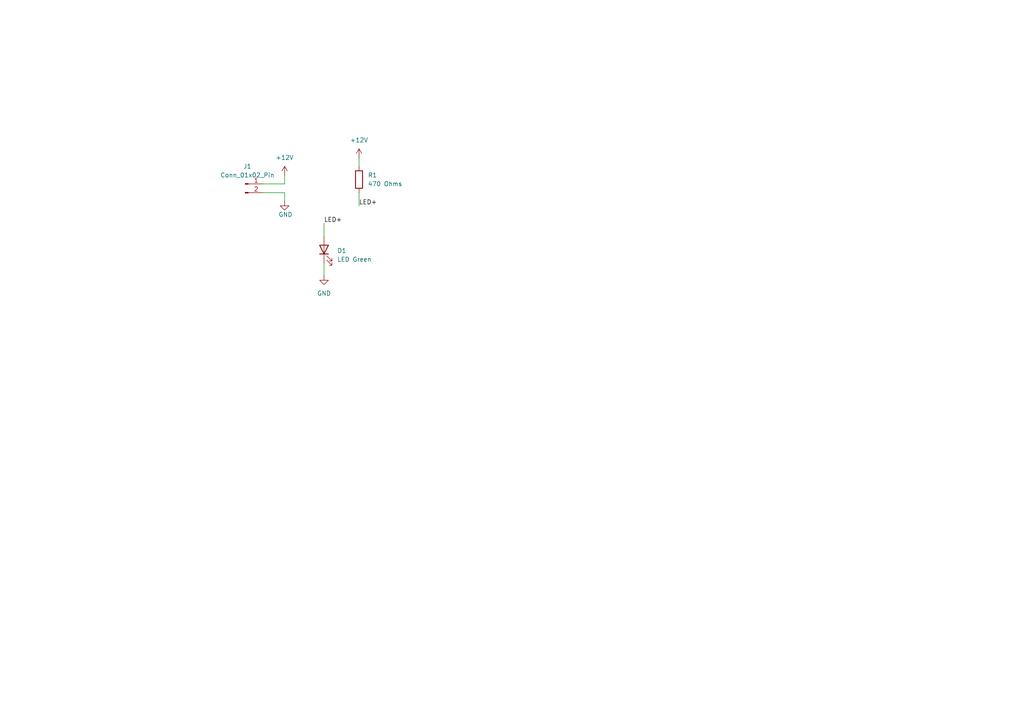
<source format=kicad_sch>
(kicad_sch (version 20231120) (generator "eeschema") (generator_version "8.0")
  (paper "A4")
  (lib_symbols
    (symbol "Connector:Conn_01x02_Pin" (pin_names (offset 1.016) hide)
      (property "Reference" "J" (at 0 2.54 0))
      (property "Value" "Conn_01x02_Pin" (at 0 -5.08 0))
      (symbol "Conn_01x02_Pin_1_1"
        (polyline (pts (xy 1.27 -2.54) (xy 0.8636 -2.54)) (stroke (width 0.1524)))
        (polyline (pts (xy 1.27 0) (xy 0.8636 0)) (stroke (width 0.1524)))
        (rectangle (start 0.8636 -2.413) (end 0 -2.667) (stroke (width 0.1524)) (fill (type outline)))
        (rectangle (start 0.8636 0.127) (end 0 -0.127) (stroke (width 0.1524)) (fill (type outline)))
        (pin passive line (at 5.08 0 180) (length 3.81) (name "Pin_1") (number "1"))
        (pin passive line (at 5.08 -2.54 180) (length 3.81) (name "Pin_2") (number "2"))
      )
    )
    (symbol "Device:LED" (pin_numbers hide) (pin_names (offset 1.016) hide)
      (property "Reference" "D" (at 0 2.54 0))
      (property "Value" "LED" (at 0 -2.54 0))
      (symbol "LED_0_1"
        (polyline (pts (xy -1.27 -1.27) (xy -1.27 1.27)) (stroke (width 0.254)))
        (polyline (pts (xy -1.27 0) (xy 1.27 0)))
        (polyline (pts (xy 1.27 -1.27) (xy 1.27 1.27) (xy -1.27 0) (xy 1.27 -1.27)) (stroke (width 0.254)))
        (polyline (pts (xy -3.048 -0.762) (xy -4.572 -2.286) (xy -3.81 -2.286) (xy -4.572 -2.286) (xy -4.572 -1.524)))
        (polyline (pts (xy -1.778 -0.762) (xy -3.302 -2.286) (xy -2.54 -2.286) (xy -3.302 -2.286) (xy -3.302 -1.524)))
      )
      (symbol "LED_1_1"
        (pin passive line (at -3.81 0 0) (length 2.54) (name "K") (number "1"))
        (pin passive line (at 3.81 0 180) (length 2.54) (name "A") (number "2"))
      )
    )
    (symbol "Device:R" (pin_numbers hide) (pin_names (offset 0))
      (property "Reference" "R" (at 2.032 0 90))
      (property "Value" "R" (at 0 0 90))
      (symbol "R_0_1"
        (rectangle (start -1.016 -2.54) (end 1.016 2.54) (stroke (width 0.254)))
      )
      (symbol "R_1_1"
        (pin passive line (at 0 3.81 270) (length 1.27) (name "~") (number "1"))
        (pin passive line (at 0 -3.81 90) (length 1.27) (name "~") (number "2"))
      )
    )
    (symbol "power:+12V" (power) (pin_numbers hide) (pin_names (offset 0) hide)
      (property "Value" "+12V" (at 0 3.556 0))
      (symbol "+12V_0_1"
        (polyline (pts (xy -0.762 1.27) (xy 0 2.54)))
        (polyline (pts (xy 0 0) (xy 0 2.54)))
        (polyline (pts (xy 0 2.54) (xy 0.762 1.27)))
      )
      (symbol "+12V_1_1"
        (pin power_in line (at 0 0 90) (length 0) (name "~") (number "1"))
      )
    )
    (symbol "power:GND" (power) (pin_numbers hide) (pin_names (offset 0) hide)
      (property "Value" "GND" (at 0 -3.81 0))
      (symbol "GND_0_1"
        (polyline (pts (xy 0 0) (xy 0 -1.27) (xy 1.27 -1.27) (xy 0 -2.54) (xy -1.27 -1.27) (xy 0 -1.27)))
      )
      (symbol "GND_1_1"
        (pin power_in line (at 0 0 270) (length 0) (name "~") (number "1"))
      )
    )
  )
  (wire (pts (xy 104.14 45.72) (xy 104.14 48.26)))
  (wire (pts (xy 76.2 55.88) (xy 82.55 55.88)))
  (wire (pts (xy 82.55 53.34) (xy 76.2 53.34)))
  (wire (pts (xy 93.98 64.77) (xy 93.98 68.58)))
  (wire (pts (xy 82.55 50.8) (xy 82.55 53.34)))
  (wire (pts (xy 104.14 55.88) (xy 104.14 59.69)))
  (wire (pts (xy 93.98 76.2) (xy 93.98 80.01)))
  (wire (pts (xy 82.55 55.88) (xy 82.55 58.42)))
  (label "LED+" (at 93.98 64.77 0))
  (label "LED+" (at 104.14 59.69 0))
  (symbol (lib_id "power:GND") (at 93.98 80.01 0) (unit 1)
    (property "Reference" "#PWR04" (effects (hide yes)))
    (property "Value" "GND" (at 93.98 85.09 0))
    (property "Description" "Power symbol creates a global label with name \"GND\" , ground" (effects (hide yes)))
  )
  (symbol (lib_id "power:+12V") (at 104.14 45.72 0) (unit 1)
    (property "Reference" "#PWR03" (effects (hide yes)))
    (property "Value" "+12V" (at 104.14 40.64 0))
    (property "Description" "Power symbol creates a global label with name \"+12V\"" (effects (hide yes)))
  )
  (symbol (lib_id "Device:R") (at 104.14 52.07 0) (unit 1)
    (property "Reference" "R1" (at 106.68 50.7999 0) (effects (justify left)))
    (property "Value" "470 Ohms" (at 106.68 53.3399 0) (effects (justify left)))
    (property "Footprint" "Library:470 0603" (effects (hide yes)))
    (property "Datasheet" "https://www.vishay.com/docs/28773/crcwce3.pdf" (effects (hide yes)))
    (property "Description" "Resistor" (effects (hide yes)))
    (property "Digikey PN" "541-4038-1-ND" (effects (hide yes)))
    (property "MPN" "CRCW0603470RFKEAC" (effects (hide yes)))
  )
  (symbol (lib_id "Device:LED") (at 93.98 72.39 90) (unit 1)
    (property "Reference" "D1" (at 97.79 72.7074 90) (effects (justify right)))
    (property "Value" "LED Green" (at 97.79 75.2474 90) (effects (justify right)))
    (property "Footprint" "LED_SMD:LED_0603_1608Metric_Pad1.05x0.95mm_HandSolder" (effects (hide yes)))
    (property "Datasheet" "https://datasheet.ciiva.com/pdfs/VipMasterIC/IC/LITE/LITES10869/LITES10869-1.pdf" (effects (hide yes)))
    (property "Description" "Light emitting diode" (effects (hide yes)))
    (property "Digikey PN" "160-1183-1-ND" (effects (hide yes)))
    (property "MPN" "LTST-C190GKT" (effects (hide yes)))
  )
  (symbol (lib_id "Connector:Conn_01x02_Pin") (at 71.12 53.34 0) (unit 1)
    (property "Reference" "J1" (at 71.755 48.26 0))
    (property "Value" "Conn_01x02_Pin" (at 71.755 50.8 0))
    (property "Footprint" "Library:JST_B2B-XH-A" (effects (hide yes)))
    (property "Datasheet" "https://www.jst-mfg.com/product/pdf/eng/eXH.pdf" (effects (hide yes)))
    (property "Description" "Generic connector, single row, 01x02, script generated" (effects (hide yes)))
    (property "Digikey PN" "455-B2B-XH-A-ND" (effects (hide yes)))
    (property "MPN" "B2B-XH-A" (effects (hide yes)))
  )
  (symbol (lib_id "power:GND") (at 82.55 58.42 0) (unit 1)
    (property "Reference" "#PWR02" (effects (hide yes)))
    (property "Value" "GND" (at 82.804 62.23 0))
    (property "Description" "Power symbol creates a global label with name \"GND\" , ground" (effects (hide yes)))
  )
  (symbol (lib_id "power:+12V") (at 82.55 50.8 0) (unit 1)
    (property "Reference" "#PWR01" (effects (hide yes)))
    (property "Value" "+12V" (at 82.55 45.72 0))
    (property "Description" "Power symbol creates a global label with name \"+12V\"" (effects (hide yes)))
  )
)
</source>
